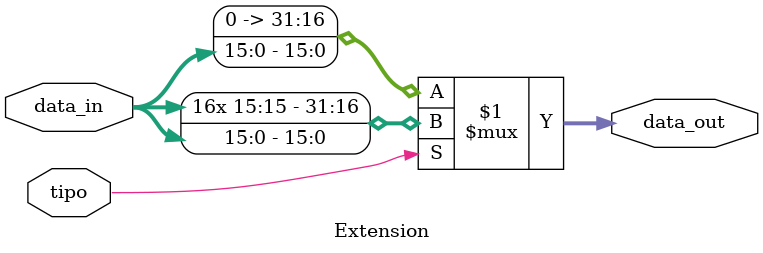
<source format=v>
`timescale 1ns / 1ps
module Extension( 
	input [15:0] data_in,
	output [31:0] data_out,
	input tipo	//TRUE=>Con Signo,FALSE=>Sin Signo
    );

	assign data_out= tipo?{{16{data_in[15]}}, data_in}:{{16{1'b0}}, data_in};

endmodule


</source>
